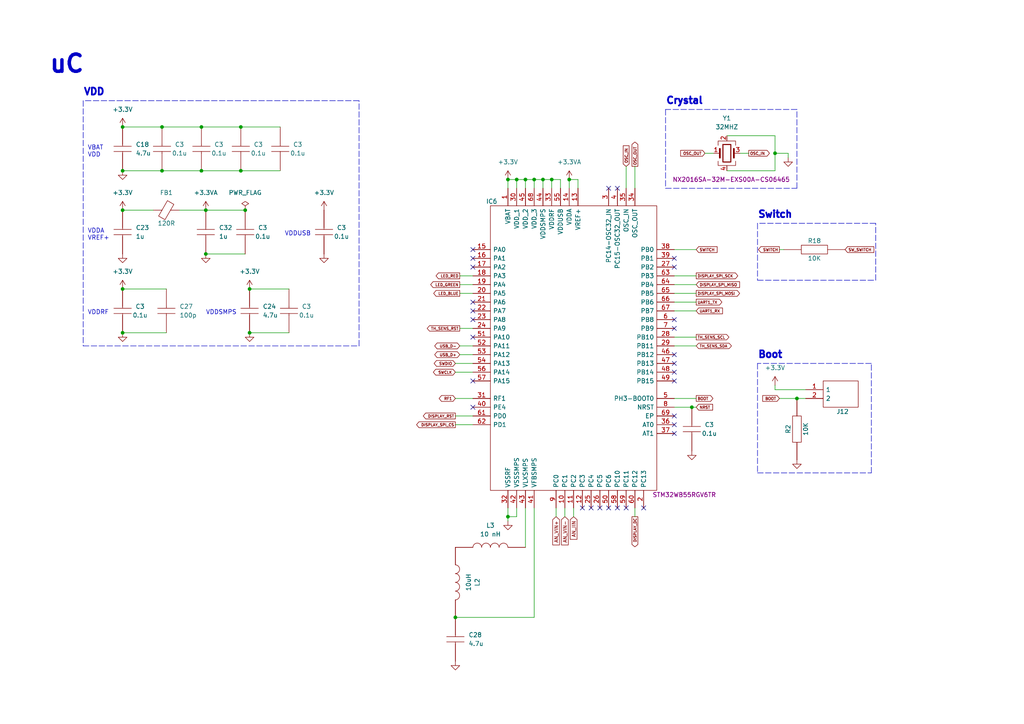
<source format=kicad_sch>
(kicad_sch (version 20230121) (generator eeschema)
  (paper "A4")
  (title_block (title "uC") (date "2023-07-01") (rev "0") (company "Alessio Cota"))
  (lib_symbols
    (symbol "alecot:BLM18KG121TN1D" (pin_numbers hide) (pin_names (offset 0.762) hide)
      (property "Reference" "FB" (at 16.51 7.62 0))
      (property "Value" "120R" (at 16.51 5.08 0))
      (symbol "BLM18KG121TN1D_0_1"
        (polyline (pts (xy 10.16 -3.81) (xy 10.16 -3.7592)))
        (polyline (pts (xy 10.16 -1.27) (xy 10.16 -1.2446)))
        (polyline (pts (xy 7.3914 -2.1336) (xy 8.4582 -0.2794) (xy 12.9286 -2.8448) (xy 11.8364 -4.699) (xy 7.3914 -2.1336)))
      )
      (symbol "BLM18KG121TN1D_1_1"
        (pin passive line (at 10.16 1.27 270) (length 2.54) (name "~") (number "1"))
        (pin passive line (at 10.16 -6.35 90) (length 2.54) (name "~") (number "2"))
      )
    )
    (symbol "alecot:ERJ-3EKF1002V" (pin_numbers hide) (pin_names (offset 0.762) hide)
      (property "Reference" "R" (at 25.4 6.35 0))
      (property "Value" "10K" (at 25.4 3.81 0))
      (symbol "ERJ-3EKF1002V_0_0"
        (pin passive line (at 0 0 0) (length 5.08) (name "~") (number "1"))
        (pin passive line (at 17.78 0 180) (length 5.08) (name "~") (number "2"))
      )
      (symbol "ERJ-3EKF1002V_0_1"
        (polyline (pts (xy 5.08 1.27) (xy 12.7 1.27) (xy 12.7 -1.27) (xy 5.08 -1.27) (xy 5.08 1.27)) (stroke (width 0.1524)))
      )
    )
    (symbol "alecot:GCM155C71A105KE38D" (pin_numbers hide) (pin_names (offset 0.762) hide)
      (property "Reference" "C" (at 8.89 6.35 0))
      (property "Value" "1u" (at 8.89 3.81 0))
      (symbol "GCM155C71A105KE38D_0_0"
        (pin passive line (at -8.89 0 0) (length 5.08) (name "~") (number "1"))
        (pin passive line (at 3.81 0 180) (length 5.08) (name "~") (number "2"))
      )
      (symbol "GCM155C71A105KE38D_0_1"
        (polyline (pts (xy -3.81 0) (xy -3.302 0)) (stroke (width 0.1524)))
        (polyline (pts (xy -3.302 2.54) (xy -3.302 -2.54)) (stroke (width 0.1524)))
        (polyline (pts (xy -1.778 0) (xy -1.27 0)) (stroke (width 0.1524)))
        (polyline (pts (xy -1.778 2.54) (xy -1.778 -2.54)) (stroke (width 0.1524)))
      )
    )
    (symbol "alecot:GRM1555C1H101JA01D" (pin_numbers hide) (pin_names (offset 0.762) hide)
      (property "Reference" "C" (at 8.89 6.35 0))
      (property "Value" "100p" (at 8.89 3.81 0))
      (symbol "GRM1555C1H101JA01D_0_0"
        (pin passive line (at -12.7 0 0) (length 5.08) (name "~") (number "1"))
        (pin passive line (at 0 0 180) (length 5.08) (name "~") (number "2"))
      )
      (symbol "GRM1555C1H101JA01D_0_1"
        (polyline (pts (xy -7.62 0) (xy -7.112 0)) (stroke (width 0.1524)))
        (polyline (pts (xy -7.112 2.54) (xy -7.112 -2.54)) (stroke (width 0.1524)))
        (polyline (pts (xy -5.588 0) (xy -5.08 0)) (stroke (width 0.1524)))
        (polyline (pts (xy -5.588 2.54) (xy -5.588 -2.54)) (stroke (width 0.1524)))
      )
    )
    (symbol "alecot:GRM155R61H104KE19D" (pin_numbers hide) (pin_names (offset 0.762) hide)
      (property "Reference" "C" (at 8.89 6.35 0))
      (property "Value" "0.1u" (at 8.89 3.81 0))
      (symbol "GRM155R61H104KE19D_0_0"
        (pin passive line (at -12.7 0 0) (length 5.08) (name "~") (number "1"))
        (pin passive line (at 0 0 180) (length 5.08) (name "~") (number "2"))
      )
      (symbol "GRM155R61H104KE19D_0_1"
        (polyline (pts (xy -7.62 0) (xy -7.112 0)) (stroke (width 0.1524)))
        (polyline (pts (xy -7.112 2.54) (xy -7.112 -2.54)) (stroke (width 0.1524)))
        (polyline (pts (xy -5.588 0) (xy -5.08 0)) (stroke (width 0.1524)))
        (polyline (pts (xy -5.588 2.54) (xy -5.588 -2.54)) (stroke (width 0.1524)))
      )
    )
    (symbol "alecot:GRT188R61C475KE13D" (pin_numbers hide) (pin_names (offset 0.762) hide)
      (property "Reference" "C" (at 20.32 6.35 0))
      (property "Value" "4.7u" (at 20.32 3.81 0))
      (symbol "GRT188R61C475KE13D_0_0"
        (pin passive line (at 0 0 0) (length 5.08) (name "~") (number "1"))
        (pin passive line (at 12.7 0 180) (length 5.08) (name "~") (number "2"))
      )
      (symbol "GRT188R61C475KE13D_0_1"
        (polyline (pts (xy 5.08 0) (xy 5.588 0)) (stroke (width 0.1524)))
        (polyline (pts (xy 5.588 2.54) (xy 5.588 -2.54)) (stroke (width 0.1524)))
        (polyline (pts (xy 7.112 0) (xy 7.62 0)) (stroke (width 0.1524)))
        (polyline (pts (xy 7.112 2.54) (xy 7.112 -2.54)) (stroke (width 0.1524)))
      )
    )
    (symbol "alecot:LQM18DN100M70L" (pin_numbers hide) (pin_names (offset 0.762) hide)
      (property "Reference" "L" (at 16.51 6.35 0))
      (property "Value" "10uH" (at 16.51 3.81 0))
      (symbol "LQM18DN100M70L_0_0"
        (pin passive line (at 0 0 0) (length 5.08) (name "~") (number "1"))
        (pin passive line (at 20.32 0 180) (length 5.08) (name "~") (number "2"))
      )
      (symbol "LQM18DN100M70L_0_1"
        (arc (start 7.62 0) (mid 6.35 1.2202) (end 5.08 0) (stroke (width 0.1524)))
        (arc (start 10.16 0) (mid 8.89 1.2202) (end 7.62 0) (stroke (width 0.1524)))
        (arc (start 12.7 0) (mid 11.43 1.2202) (end 10.16 0) (stroke (width 0.1524)))
        (arc (start 15.24 0) (mid 13.97 1.2202) (end 12.7 0) (stroke (width 0.1524)))
      )
    )
    (symbol "alecot:LQW18AN10NJ00D" (pin_numbers hide) (pin_names (offset 0.762) hide)
      (property "Reference" "L" (at 16.51 6.35 0))
      (property "Value" "10 nH" (at 16.51 3.81 0))
      (symbol "LQW18AN10NJ00D_0_0"
        (pin passive line (at 0 0 0) (length 5.08) (name "~") (number "1"))
        (pin passive line (at 20.32 0 180) (length 5.08) (name "~") (number "2"))
      )
      (symbol "LQW18AN10NJ00D_0_1"
        (arc (start 7.62 0) (mid 6.35 1.2202) (end 5.08 0) (stroke (width 0.1524)))
        (arc (start 10.16 0) (mid 8.89 1.2202) (end 7.62 0) (stroke (width 0.1524)))
        (arc (start 12.7 0) (mid 11.43 1.2202) (end 10.16 0) (stroke (width 0.1524)))
        (arc (start 15.24 0) (mid 13.97 1.2202) (end 12.7 0) (stroke (width 0.1524)))
      )
    )
    (symbol "alecot:M50-3530242" (pin_names (offset 0.762))
      (property "Reference" "J" (at 16.51 7.62 0))
      (symbol "M50-3530242_0_0"
        (pin passive line (at -7.62 0 0) (length 5.08) (name "1") (number "1"))
        (pin passive line (at -7.62 -2.54 0) (length 5.08) (name "2") (number "2"))
      )
      (symbol "M50-3530242_0_1"
        (polyline (pts (xy -2.54 2.54) (xy 7.62 2.54) (xy 7.62 -5.08) (xy -2.54 -5.08) (xy -2.54 2.54)) (stroke (width 0.1524)))
      )
    )
    (symbol "alecot:NX2016SA-32M-EXS00A-CS06465" (pin_names (offset 0.762) hide)
      (property "Reference" "Y" (at 27.94 10.16 0))
      (property "Value" "32MHZ" (at 27.94 7.62 0))
      (property "Manufacturer_Part_Number" "NX2016SA-32M-EXS00A-CS06465" (at 27.94 -12.7 0))
      (symbol "NX2016SA-32M-EXS00A-CS06465_0_1"
        (rectangle (start -1.143 2.54) (end 1.143 -2.54) (stroke (width 0.3048)))
        (polyline (pts (xy -2.54 0) (xy -2.032 0)))
        (polyline (pts (xy -2.032 -1.27) (xy -2.032 1.27)) (stroke (width 0.508)))
        (polyline (pts (xy 0 -3.81) (xy 0 -3.556)))
        (polyline (pts (xy 0 3.556) (xy 0 3.81)))
        (polyline (pts (xy 2.032 -1.27) (xy 2.032 1.27)) (stroke (width 0.508)))
        (polyline (pts (xy 2.032 0) (xy 2.54 0)))
        (polyline (pts (xy -2.54 -2.286) (xy -2.54 -3.556) (xy 2.54 -3.556) (xy 2.54 -2.286)))
        (polyline (pts (xy -2.54 2.286) (xy -2.54 3.556) (xy 2.54 3.556) (xy 2.54 2.286)))
      )
      (symbol "NX2016SA-32M-EXS00A-CS06465_1_1"
        (pin passive line (at -3.81 0 0) (length 1.27) (name "CRY_1") (number "1"))
        (pin passive line (at 0 5.08 270) (length 1.27) (name "GND_1") (number "2"))
        (pin passive line (at 3.81 0 180) (length 1.27) (name "CRY_2") (number "3"))
        (pin passive line (at 0 -5.08 90) (length 1.27) (name "GND_2") (number "4"))
      )
    )
    (symbol "alecot:STM32WB55RGV6TR" (pin_names (offset 0.762))
      (property "Reference" "IC" (at 39.37 40.64 0))
      (property "Manufacturer_Part_Number" "STM32WB55RGV6TR" (at 39.37 17.78 0))
      (symbol "STM32WB55RGV6TR_0_0"
        (pin passive line (at -19.05 40.64 270) (length 5.08) (name "VBAT") (number "1"))
        (pin passive line (at -2.54 -52.07 90) (length 5.08) (name "PC1") (number "10"))
        (pin passive line (at 0 -52.07 90) (length 5.08) (name "PC2") (number "11"))
        (pin passive line (at 2.54 -52.07 90) (length 5.08) (name "PC3") (number "12"))
        (pin passive line (at 1.27 40.64 270) (length 5.08) (name "VREF+") (number "13"))
        (pin passive line (at -1.27 40.64 270) (length 5.08) (name "VDDA") (number "14"))
        (pin passive line (at -29.21 22.86 0) (length 5.08) (name "PA0") (number "15"))
        (pin passive line (at -29.21 20.32 0) (length 5.08) (name "PA1") (number "16"))
        (pin passive line (at -29.21 17.78 0) (length 5.08) (name "PA2") (number "17"))
        (pin passive line (at -29.21 15.24 0) (length 5.08) (name "PA3") (number "18"))
        (pin passive line (at -29.21 12.7 0) (length 5.08) (name "PA4") (number "19"))
        (pin passive line (at 20.32 -52.07 90) (length 5.08) (name "PC13") (number "2"))
        (pin passive line (at -29.21 10.16 0) (length 5.08) (name "PA5") (number "20"))
        (pin passive line (at -29.21 7.62 0) (length 5.08) (name "PA6") (number "21"))
        (pin passive line (at -29.21 5.08 0) (length 5.08) (name "PA7") (number "22"))
        (pin passive line (at -29.21 2.54 0) (length 5.08) (name "PA8") (number "23"))
        (pin passive line (at -29.21 0 0) (length 5.08) (name "PA9") (number "24"))
        (pin passive line (at 5.08 -52.07 90) (length 5.08) (name "PC4") (number "25"))
        (pin passive line (at 7.62 -52.07 90) (length 5.08) (name "PC5") (number "26"))
        (pin passive line (at 29.21 17.78 180) (length 5.08) (name "PB2") (number "27"))
        (pin passive line (at 29.21 -2.54 180) (length 5.08) (name "PB10") (number "28"))
        (pin passive line (at 29.21 -5.08 180) (length 5.08) (name "PB11") (number "29"))
        (pin passive line (at 10.16 40.64 270) (length 5.08) (name "PC14-OSC32_IN") (number "3"))
        (pin passive line (at -16.51 40.64 270) (length 5.08) (name "VDD_1") (number "30"))
        (pin passive line (at -29.21 -20.32 0) (length 5.08) (name "RF1") (number "31"))
        (pin passive line (at -19.05 -52.07 90) (length 5.08) (name "VSSRF") (number "32"))
        (pin passive line (at -6.35 40.64 270) (length 5.08) (name "VDDRF") (number "33"))
        (pin passive line (at 17.78 40.64 270) (length 5.08) (name "OSC_OUT") (number "34"))
        (pin passive line (at 15.24 40.64 270) (length 5.08) (name "OSC_IN") (number "35"))
        (pin passive line (at 29.21 -27.94 180) (length 5.08) (name "AT0") (number "36"))
        (pin passive line (at 29.21 -30.48 180) (length 5.08) (name "AT1") (number "37"))
        (pin passive line (at 29.21 22.86 180) (length 5.08) (name "PB0") (number "38"))
        (pin passive line (at 29.21 20.32 180) (length 5.08) (name "PB1") (number "39"))
        (pin passive line (at 12.7 40.64 270) (length 5.08) (name "PC15-OSC32_OUT") (number "4"))
        (pin passive line (at -29.21 -22.86 0) (length 5.08) (name "PE4") (number "40"))
        (pin passive line (at -11.43 -52.07 90) (length 5.08) (name "VFBSMPS") (number "41"))
        (pin passive line (at -16.51 -52.07 90) (length 5.08) (name "VSSSMPS") (number "42"))
        (pin passive line (at -13.97 -52.07 90) (length 5.08) (name "VLXSMPS") (number "43"))
        (pin passive line (at -8.89 40.64 270) (length 5.08) (name "VDDSMPS") (number "44"))
        (pin passive line (at -13.97 40.64 270) (length 5.08) (name "VDD_2") (number "45"))
        (pin passive line (at 29.21 -7.62 180) (length 5.08) (name "PB12") (number "46"))
        (pin passive line (at 29.21 -10.16 180) (length 5.08) (name "PB13") (number "47"))
        (pin passive line (at 29.21 -12.7 180) (length 5.08) (name "PB14") (number "48"))
        (pin passive line (at 29.21 -15.24 180) (length 5.08) (name "PB15") (number "49"))
        (pin passive line (at 29.21 -20.32 180) (length 5.08) (name "PH3-BOOT0") (number "5"))
        (pin passive line (at 10.16 -52.07 90) (length 5.08) (name "PC6") (number "50"))
        (pin passive line (at -29.21 -2.54 0) (length 5.08) (name "PA10") (number "51"))
        (pin passive line (at -29.21 -5.08 0) (length 5.08) (name "PA11") (number "52"))
        (pin passive line (at -29.21 -7.62 0) (length 5.08) (name "PA12") (number "53"))
        (pin passive line (at -29.21 -10.16 0) (length 5.08) (name "PA13") (number "54"))
        (pin passive line (at -3.81 40.64 270) (length 5.08) (name "VDDUSB") (number "55"))
        (pin passive line (at -29.21 -12.7 0) (length 5.08) (name "PA14") (number "56"))
        (pin passive line (at -29.21 -15.24 0) (length 5.08) (name "PA15") (number "57"))
        (pin passive line (at 12.7 -52.07 90) (length 5.08) (name "PC10") (number "58"))
        (pin passive line (at 15.24 -52.07 90) (length 5.08) (name "PC11") (number "59"))
        (pin passive line (at 29.21 2.54 180) (length 5.08) (name "PB8") (number "6"))
        (pin passive line (at 17.78 -52.07 90) (length 5.08) (name "PC12") (number "60"))
        (pin passive line (at -29.21 -25.4 0) (length 5.08) (name "PD0") (number "61"))
        (pin passive line (at -29.21 -27.94 0) (length 5.08) (name "PD1") (number "62"))
        (pin passive line (at 29.21 15.24 180) (length 5.08) (name "PB3") (number "63"))
        (pin passive line (at 29.21 12.7 180) (length 5.08) (name "PB4") (number "64"))
        (pin passive line (at 29.21 10.16 180) (length 5.08) (name "PB5") (number "65"))
        (pin passive line (at 29.21 7.62 180) (length 5.08) (name "PB6") (number "66"))
        (pin passive line (at 29.21 5.08 180) (length 5.08) (name "PB7") (number "67"))
        (pin passive line (at -11.43 40.64 270) (length 5.08) (name "VDD_3") (number "68"))
        (pin passive line (at 29.21 -25.4 180) (length 5.08) (name "EP") (number "69"))
        (pin passive line (at 29.21 0 180) (length 5.08) (name "PB9") (number "7"))
        (pin passive line (at 29.21 -22.86 180) (length 5.08) (name "NRST") (number "8"))
        (pin passive line (at -5.08 -52.07 90) (length 5.08) (name "PC0") (number "9"))
      )
      (symbol "STM32WB55RGV6TR_0_1"
        (polyline (pts (xy -24.13 35.56) (xy 24.13 35.56) (xy 24.13 -46.99) (xy -24.13 -46.99) (xy -24.13 35.56)) (stroke (width 0.1524)))
      )
    )
    (symbol "power:+3.3V" (power) (pin_names (offset 0))
      (property "Value" "+3.3V" (at 0 3.556 0))
      (symbol "+3.3V_0_1"
        (polyline (pts (xy -0.762 1.27) (xy 0 2.54)))
        (polyline (pts (xy 0 0) (xy 0 2.54)))
        (polyline (pts (xy 0 2.54) (xy 0.762 1.27)))
      )
      (symbol "+3.3V_1_1"
        (pin power_in line (at 0 0 90) (length 0) hide (name "+3.3V") (number "1"))
      )
    )
    (symbol "power:+3.3VA" (power) (pin_names (offset 0))
      (property "Value" "+3.3VA" (at 0 3.556 0))
      (symbol "+3.3VA_0_1"
        (polyline (pts (xy -0.762 1.27) (xy 0 2.54)))
        (polyline (pts (xy 0 0) (xy 0 2.54)))
        (polyline (pts (xy 0 2.54) (xy 0.762 1.27)))
      )
      (symbol "+3.3VA_1_1"
        (pin power_in line (at 0 0 90) (length 0) hide (name "+3.3VA") (number "1"))
      )
    )
    (symbol "power:GND" (power) (pin_names (offset 0))
      (property "Value" "GND" (at 0 -3.81 0))
      (symbol "GND_0_1"
        (polyline (pts (xy 0 0) (xy 0 -1.27) (xy 1.27 -1.27) (xy 0 -2.54) (xy -1.27 -1.27) (xy 0 -1.27)))
      )
      (symbol "GND_1_1"
        (pin power_in line (at 0 0 270) (length 0) hide (name "GND") (number "1"))
      )
    )
    (symbol "power:PWR_FLAG" (power) (pin_numbers hide) (pin_names (offset 0) hide)
      (property "Value" "PWR_FLAG" (at 0 3.81 0))
      (symbol "PWR_FLAG_0_0"
        (pin power_out line (at 0 0 90) (length 0) (name "pwr") (number "1"))
      )
      (symbol "PWR_FLAG_0_1"
        (polyline (pts (xy 0 0) (xy 0 1.27) (xy -1.016 1.905) (xy 0 2.54) (xy 1.016 1.905) (xy 0 1.27)))
      )
    )
  )
  (junction (at 231.14 115.57))
  (junction (at 35.56 96.52))
  (junction (at 160.02 52.07))
  (junction (at 149.86 52.07))
  (junction (at 35.56 36.83))
  (junction (at 224.79 44.45))
  (junction (at 35.56 83.82))
  (junction (at 59.69 73.66))
  (junction (at 200.66 118.11))
  (junction (at 147.32 149.86))
  (junction (at 58.42 49.53))
  (junction (at 71.12 60.96))
  (junction (at 35.56 49.53))
  (junction (at 165.1 52.07))
  (junction (at 46.99 36.83))
  (junction (at 35.56 60.96))
  (junction (at 58.42 36.83))
  (junction (at 59.69 60.96))
  (junction (at 154.94 52.07))
  (junction (at 46.99 49.53))
  (junction (at 72.39 96.52))
  (junction (at 69.85 49.53))
  (junction (at 157.48 52.07))
  (junction (at 152.4 52.07))
  (junction (at 147.32 52.07))
  (junction (at 72.39 83.82))
  (junction (at 69.85 36.83))
  (junction (at 132.08 179.07))
  (no_connect (at 137.16 77.47))
  (no_connect (at 171.45 147.32))
  (no_connect (at 195.58 102.87))
  (no_connect (at 137.16 87.63))
  (no_connect (at 137.16 110.49))
  (no_connect (at 195.58 74.93))
  (no_connect (at 137.16 97.79))
  (no_connect (at 173.99 147.32))
  (no_connect (at 195.58 110.49))
  (no_connect (at 195.58 120.65))
  (no_connect (at 168.91 147.32))
  (no_connect (at 195.58 125.73))
  (no_connect (at 137.16 72.39))
  (no_connect (at 137.16 118.11))
  (no_connect (at 179.07 54.61))
  (no_connect (at 195.58 105.41))
  (no_connect (at 176.53 147.32))
  (no_connect (at 137.16 92.71))
  (no_connect (at 195.58 107.95))
  (no_connect (at 195.58 123.19))
  (no_connect (at 195.58 92.71))
  (no_connect (at 176.53 54.61))
  (no_connect (at 195.58 77.47))
  (no_connect (at 137.16 90.17))
  (no_connect (at 179.07 147.32))
  (no_connect (at 137.16 74.93))
  (no_connect (at 186.69 147.32))
  (no_connect (at 195.58 95.25))
  (no_connect (at 181.61 147.32))
  (wire (pts (xy 195.58 80.01) (xy 201.93 80.01)))
  (wire (pts (xy 195.58 115.57) (xy 201.93 115.57)))
  (polyline (pts (xy 219.71 81.28) (xy 254 81.28)) (stroke (width 0) (type dash)))
  (wire (pts (xy 59.69 73.66) (xy 71.12 73.66)))
  (polyline (pts (xy 193.04 54.61) (xy 231.14 54.61)) (stroke (width 0) (type dash)))
  (wire (pts (xy 133.35 82.55) (xy 137.16 82.55)))
  (wire (pts (xy 195.58 90.17) (xy 201.93 90.17)))
  (polyline (pts (xy 219.71 137.16) (xy 252.73 137.16)) (stroke (width 0) (type dash)))
  (wire (pts (xy 133.35 102.87) (xy 137.16 102.87)))
  (wire (pts (xy 167.64 52.07) (xy 165.1 52.07)))
  (polyline (pts (xy 24.13 29.21) (xy 24.13 100.33)) (stroke (width 0) (type dash)))
  (polyline (pts (xy 252.73 137.16) (xy 252.73 105.41)) (stroke (width 0) (type dash)))
  (wire (pts (xy 224.79 39.37) (xy 210.82 39.37)))
  (wire (pts (xy 210.82 49.53) (xy 224.79 49.53)))
  (wire (pts (xy 224.79 44.45) (xy 224.79 39.37)))
  (wire (pts (xy 184.15 147.32) (xy 184.15 149.86)))
  (wire (pts (xy 166.37 147.32) (xy 166.37 149.86)))
  (wire (pts (xy 233.68 113.03) (xy 224.79 113.03)))
  (wire (pts (xy 132.08 105.41) (xy 137.16 105.41)))
  (wire (pts (xy 224.79 113.03) (xy 224.79 111.76)))
  (wire (pts (xy 207.01 44.45) (xy 204.47 44.45)))
  (wire (pts (xy 160.02 52.07) (xy 157.48 52.07)))
  (polyline (pts (xy 254 81.28) (xy 254 64.77)) (stroke (width 0) (type dash)))
  (wire (pts (xy 214.63 44.45) (xy 217.17 44.45)))
  (wire (pts (xy 226.06 72.39) (xy 227.33 72.39)))
  (wire (pts (xy 149.86 149.86) (xy 147.32 149.86)))
  (wire (pts (xy 160.02 52.07) (xy 160.02 54.61)))
  (wire (pts (xy 181.61 48.26) (xy 181.61 54.61)))
  (wire (pts (xy 133.35 80.01) (xy 137.16 80.01)))
  (polyline (pts (xy 231.14 54.61) (xy 231.14 31.75)) (stroke (width 0) (type dash)))
  (wire (pts (xy 162.56 52.07) (xy 160.02 52.07)))
  (wire (pts (xy 165.1 52.07) (xy 165.1 54.61)))
  (wire (pts (xy 132.08 123.19) (xy 137.16 123.19)))
  (wire (pts (xy 195.58 118.11) (xy 200.66 118.11)))
  (wire (pts (xy 157.48 54.61) (xy 157.48 52.07)))
  (wire (pts (xy 200.66 118.11) (xy 201.93 118.11)))
  (wire (pts (xy 133.35 85.09) (xy 137.16 85.09)))
  (wire (pts (xy 147.32 52.07) (xy 149.86 52.07)))
  (wire (pts (xy 149.86 147.32) (xy 149.86 149.86)))
  (wire (pts (xy 152.4 52.07) (xy 152.4 54.61)))
  (wire (pts (xy 224.79 49.53) (xy 224.79 44.45)))
  (polyline (pts (xy 231.14 31.75) (xy 193.04 31.75)) (stroke (width 0) (type dash)))
  (wire (pts (xy 154.94 147.32) (xy 154.94 179.07)))
  (polyline (pts (xy 254 64.77) (xy 219.71 64.77)) (stroke (width 0) (type dash)))
  (wire (pts (xy 132.08 107.95) (xy 137.16 107.95)))
  (wire (pts (xy 154.94 179.07) (xy 132.08 179.07)))
  (wire (pts (xy 35.56 49.53) (xy 46.99 49.53)))
  (wire (pts (xy 162.56 54.61) (xy 162.56 52.07)))
  (wire (pts (xy 133.35 100.33) (xy 137.16 100.33)))
  (wire (pts (xy 58.42 49.53) (xy 69.85 49.53)))
  (wire (pts (xy 35.56 96.52) (xy 48.26 96.52)))
  (wire (pts (xy 52.07 60.96) (xy 59.69 60.96)))
  (wire (pts (xy 132.08 115.57) (xy 137.16 115.57)))
  (polyline (pts (xy 252.73 105.41) (xy 219.71 105.41)) (stroke (width 0) (type dash)))
  (wire (pts (xy 195.58 87.63) (xy 201.93 87.63)))
  (wire (pts (xy 163.83 149.86) (xy 163.83 147.32)))
  (wire (pts (xy 161.29 149.86) (xy 161.29 147.32)))
  (polyline (pts (xy 24.13 100.33) (xy 104.14 100.33)) (stroke (width 0) (type dash)))
  (wire (pts (xy 184.15 48.26) (xy 184.15 54.61)))
  (wire (pts (xy 72.39 96.52) (xy 83.82 96.52)))
  (wire (pts (xy 195.58 100.33) (xy 201.93 100.33)))
  (wire (pts (xy 59.69 60.96) (xy 71.12 60.96)))
  (wire (pts (xy 195.58 82.55) (xy 201.93 82.55)))
  (wire (pts (xy 58.42 36.83) (xy 69.85 36.83)))
  (wire (pts (xy 147.32 149.86) (xy 147.32 147.32)))
  (wire (pts (xy 195.58 72.39) (xy 201.93 72.39)))
  (wire (pts (xy 133.35 95.25) (xy 137.16 95.25)))
  (wire (pts (xy 35.56 60.96) (xy 44.45 60.96)))
  (wire (pts (xy 69.85 49.53) (xy 81.28 49.53)))
  (wire (pts (xy 195.58 97.79) (xy 201.93 97.79)))
  (wire (pts (xy 226.06 115.57) (xy 231.14 115.57)))
  (polyline (pts (xy 104.14 29.21) (xy 24.13 29.21)) (stroke (width 0) (type dash)))
  (wire (pts (xy 167.64 52.07) (xy 167.64 54.61)))
  (wire (pts (xy 46.99 36.83) (xy 58.42 36.83)))
  (wire (pts (xy 69.85 36.83) (xy 81.28 36.83)))
  (wire (pts (xy 154.94 52.07) (xy 152.4 52.07)))
  (wire (pts (xy 149.86 52.07) (xy 149.86 54.61)))
  (polyline (pts (xy 219.71 105.41) (xy 219.71 137.16)) (stroke (width 0) (type dash)))
  (wire (pts (xy 157.48 52.07) (xy 154.94 52.07)))
  (wire (pts (xy 154.94 54.61) (xy 154.94 52.07)))
  (wire (pts (xy 152.4 147.32) (xy 152.4 158.75)))
  (wire (pts (xy 46.99 49.53) (xy 58.42 49.53)))
  (wire (pts (xy 147.32 54.61) (xy 147.32 52.07)))
  (polyline (pts (xy 219.71 64.77) (xy 219.71 81.28)) (stroke (width 0) (type dash)))
  (wire (pts (xy 132.08 120.65) (xy 137.16 120.65)))
  (wire (pts (xy 228.6 44.45) (xy 228.6 45.72)))
  (wire (pts (xy 224.79 44.45) (xy 228.6 44.45)))
  (polyline (pts (xy 104.14 100.33) (xy 104.14 29.21)) (stroke (width 0) (type dash)))
  (wire (pts (xy 147.32 151.13) (xy 147.32 149.86)))
  (wire (pts (xy 72.39 83.82) (xy 83.82 83.82)))
  (wire (pts (xy 35.56 36.83) (xy 46.99 36.83)))
  (wire (pts (xy 152.4 52.07) (xy 149.86 52.07)))
  (polyline (pts (xy 193.04 31.75) (xy 193.04 54.61)) (stroke (width 0) (type dash)))
  (wire (pts (xy 195.58 85.09) (xy 201.93 85.09)))
  (wire (pts (xy 231.14 115.57) (xy 233.68 115.57)))
  (wire (pts (xy 35.56 83.82) (xy 48.26 83.82)))
  (text "VDDRF" (at 25.4 91.44 0) (effects (font (size 1.27 1.27)) (justify left bottom)))
  (text "Crystal" (at 193.04 30.48 0) (effects (font (size 2 2) (thickness 1) bold) (justify left bottom)))
  (text "VBAT\nVDD" (at 25.4 45.72 0) (effects (font (size 1.27 1.27)) (justify left bottom)))
  (text "Boot" (at 219.71 104.14 0) (effects (font (size 2 2) (thickness 1) bold) (justify left bottom)))
  (text "VDDA\nVREF+" (at 25.4 69.85 0) (effects (font (size 1.27 1.27)) (justify left bottom)))
  (text "Switch" (at 219.71 63.5 0) (effects (font (size 2 2) (thickness 1) bold) (justify left bottom)))
  (text "VDDSMPS" (at 59.69 91.44 0) (effects (font (size 1.27 1.27)) (justify left bottom)))
  (text "uC" (at 13.97 21.59 0) (effects (font (size 5 5) (thickness 1) bold) (justify left bottom)))
  (text "VDDUSB" (at 82.55 68.58 0) (effects (font (size 1.27 1.27)) (justify left bottom)))
  (text "VDD" (at 24.13 27.94 0) (effects (font (size 2 2) (thickness 1) bold) (justify left bottom)))
  (global_label "OSC_OUT" (shape input) (at 204.47 44.45 180) (effects (font (size 0.8 0.8) bold)) (property "Intersheetrefs" "${INTERSHEET_REFS}" (effects hide)))
  (global_label "SWCLK" (shape bidirectional) (at 132.08 107.95 180) (effects (font (size 0.8 0.8) bold)) (property "Intersheetrefs" "${INTERSHEET_REFS}" (effects hide)))
  (global_label "SWITCH" (shape input) (at 201.93 72.39 0) (effects (font (size 0.8 0.8) bold)) (property "Intersheetrefs" "${INTERSHEET_REFS}" (effects hide)))
  (global_label "NRST" (shape input) (at 201.93 118.11 0) (effects (font (size 0.8 0.8) bold)) (property "Intersheetrefs" "${INTERSHEET_REFS}" (effects hide)))
  (global_label "TH_SENS_SCL" (shape output) (at 201.93 97.79 0) (effects (font (size 0.8 0.8))) (property "Intersheetrefs" "${INTERSHEET_REFS}" (effects hide)))
  (global_label "DISPLAY_SPI_CS" (shape output) (at 132.08 123.19 180) (effects (font (size 0.8 0.8) bold)) (property "Intersheetrefs" "${INTERSHEET_REFS}" (effects hide)))
  (global_label "LED_GREEN" (shape output) (at 133.35 82.55 180) (effects (font (size 0.8 0.8) bold)) (property "Intersheetrefs" "${INTERSHEET_REFS}" (effects hide)))
  (global_label "DISPLAY_SPI_MISO" (shape input) (at 201.93 82.55 0) (effects (font (size 0.8 0.8) bold)) (property "Intersheetrefs" "${INTERSHEET_REFS}" (effects hide)))
  (global_label "OSC_OUT" (shape output) (at 184.15 48.26 90) (effects (font (size 0.8 0.8) bold)) (property "Intersheetrefs" "${INTERSHEET_REFS}" (effects hide)))
  (global_label "DISPLAY_SPI_SCK" (shape output) (at 201.93 80.01 0) (effects (font (size 0.8 0.8) bold)) (property "Intersheetrefs" "${INTERSHEET_REFS}" (effects hide)))
  (global_label "USB_D-" (shape bidirectional) (at 133.35 100.33 180) (effects (font (size 0.8 0.8) bold)) (property "Intersheetrefs" "${INTERSHEET_REFS}" (effects hide)))
  (global_label "DISPLAY_RST" (shape output) (at 132.08 120.65 180) (effects (font (size 0.8 0.8) bold)) (property "Intersheetrefs" "${INTERSHEET_REFS}" (effects hide)))
  (global_label "UART1_RX" (shape input) (at 201.93 90.17 0) (effects (font (size 0.8 0.8) bold)) (property "Intersheetrefs" "${INTERSHEET_REFS}" (effects hide)))
  (global_label "AN_VIN-" (shape input) (at 163.83 149.86 270) (effects (font (size 1 1))) (property "Intersheetrefs" "${INTERSHEET_REFS}" (effects hide)))
  (global_label "TH_SENS_SDA" (shape bidirectional) (at 201.93 100.33 0) (effects (font (size 0.8 0.8))) (property "Intersheetrefs" "${INTERSHEET_REFS}" (effects hide)))
  (global_label "AN_VIN+" (shape input) (at 161.29 149.86 270) (effects (font (size 1 1))) (property "Intersheetrefs" "${INTERSHEET_REFS}" (effects hide)))
  (global_label "LED_RED" (shape output) (at 133.35 80.01 180) (effects (font (size 0.8 0.8) bold)) (property "Intersheetrefs" "${INTERSHEET_REFS}" (effects hide)))
  (global_label "DISPLAY_SPI_MOSI" (shape output) (at 201.93 85.09 0) (effects (font (size 0.8 0.8) bold)) (property "Intersheetrefs" "${INTERSHEET_REFS}" (effects hide)))
  (global_label "UART1_TX" (shape output) (at 201.93 87.63 0) (effects (font (size 0.8 0.8) bold)) (property "Intersheetrefs" "${INTERSHEET_REFS}" (effects hide)))
  (global_label "SWITCH" (shape output) (at 226.06 72.39 180) (effects (font (size 0.8 0.8) bold)) (property "Intersheetrefs" "${INTERSHEET_REFS}" (effects hide)))
  (global_label "RF1" (shape bidirectional) (at 132.08 115.57 180) (effects (font (size 0.8 0.8) bold)) (property "Intersheetrefs" "${INTERSHEET_REFS}" (effects hide)))
  (global_label "BOOT" (shape input) (at 226.06 115.57 180) (effects (font (size 0.8 0.8) bold)) (property "Intersheetrefs" "${INTERSHEET_REFS}" (effects hide)))
  (global_label "AN_IIN" (shape input) (at 166.37 149.86 270) (effects (font (size 1 1))) (property "Intersheetrefs" "${INTERSHEET_REFS}" (effects hide)))
  (global_label "OSC_IN" (shape output) (at 217.17 44.45 0) (effects (font (size 0.8 0.8) bold)) (property "Intersheetrefs" "${INTERSHEET_REFS}" (effects hide)))
  (global_label "BOOT" (shape output) (at 201.93 115.57 0) (effects (font (size 0.8 0.8) bold)) (property "Intersheetrefs" "${INTERSHEET_REFS}" (effects hide)))
  (global_label "TH_SENS_RST" (shape output) (at 133.35 95.25 180) (effects (font (size 0.8 0.8))) (property "Intersheetrefs" "${INTERSHEET_REFS}" (effects hide)))
  (global_label "LED_BLUE" (shape output) (at 133.35 85.09 180) (effects (font (size 0.8 0.8) bold)) (property "Intersheetrefs" "${INTERSHEET_REFS}" (effects hide)))
  (global_label "SW_SWITCH" (shape input) (at 245.11 72.39 0) (effects (font (size 0.8 0.8) bold)) (property "Intersheetrefs" "${INTERSHEET_REFS}" (effects hide)))
  (global_label "OSC_IN" (shape input) (at 181.61 48.26 90) (effects (font (size 0.8 0.8) bold)) (property "Intersheetrefs" "${INTERSHEET_REFS}" (effects hide)))
  (global_label "DISPLAY_DC" (shape output) (at 184.15 149.86 270) (effects (font (size 0.8 0.8) bold)) (property "Intersheetrefs" "${INTERSHEET_REFS}" (effects hide)))
  (global_label "USB_D+" (shape bidirectional) (at 133.35 102.87 180) (effects (font (size 0.8 0.8) bold)) (property "Intersheetrefs" "${INTERSHEET_REFS}" (effects hide)))
  (global_label "SWDIO" (shape bidirectional) (at 132.08 105.41 180) (effects (font (size 0.8 0.8) bold)) (property "Intersheetrefs" "${INTERSHEET_REFS}" (effects hide)))
  (symbol (lib_id "power:GND") (at 35.56 49.53 0) (unit 1)
    (property "Reference" "#PWR02" (effects hide))
    (property "Value" "GND" (effects hide))
    (instances (project "smartplug" (path "" (reference "#PWR02") (unit 1)) (path "" (reference "#PWR04") (unit 1)) (path "" (reference "#PWR06") (unit 1))))
  )
  (symbol (lib_id "alecot:GRM1555C1H101JA01D") (at 48.26 83.82 90) (unit 1)
    (property "Reference" "C27" (at 52.07 88.9 90) (effects (justify right)))
    (property "Value" "100p" (at 52.07 91.44 90) (effects (justify right)))
    (property "Footprint" "alecot:CAPC1005X55N" (effects hide))
    (property "Datasheet" "http://www.murata.com/~/media/webrenewal/support/library/catalog/products/capacitor/mlcc/c02e.pdf" (effects hide))
    (property "Description" "Ceramic  SMT capacitor 100pF 50Vdc Murata 0402 GRM 100pF Ceramic Multilayer Capacitor, 50 V dc, +125C, C0G Dielectric, +/-5%" (effects hide))
    (property "Height" "0.55" (effects hide))
    (property "Mouser Part Number" "81-GRM1555C1H101JA1D" (effects hide))
    (property "Mouser Price/Stock" "https://www.mouser.co.uk/ProductDetail/Murata-Electronics/GRM1555C1H101JA01D?qs=to8XolpOzrOREPd%2Fx%2FLxrw%3D%3D" (effects hide))
    (property "Manufacturer_Name" "Murata Electronics" (effects hide))
    (property "Manufacturer_Part_Number" "GRM1555C1H101JA01D" (effects hide))
  )
  (symbol (lib_id "power:GND") (at 147.32 151.13 0) (unit 1)
    (property "Reference" "#PWR02" (effects hide))
    (property "Value" "GND" (effects hide))
    (instances (project "smartplug" (path "" (reference "#PWR02") (unit 1)) (path "" (reference "#PWR04") (unit 1)) (path "" (reference "#PWR022") (unit 1))))
  )
  (symbol (lib_id "power:+3.3V") (at 35.56 60.96 0) (unit 1)
    (property "Reference" "#PWR017" (effects hide))
    (property "Value" "+3.3V" (at 35.56 55.88 0))
  )
  (symbol (lib_id "alecot:M50-3530242") (at 241.3 113.03 0) (unit 1)
    (property "Reference" "J12" (at 242.57 119.38 0) (effects (justify left)))
    (property "Value" "M50-3530242" (effects hide))
    (property "Footprint" "alecot:HDRV2W40P0X127_1X2_254X210X420P" (effects hide))
    (property "Datasheet" "https://cdn.harwin.com/pdfs/M50-353.pdf" (effects hide))
    (property "Description" "1.27mm (0.05\") Pitch SIL Vertical Throughboard Pin Header, selective gold + tin, 2 contacts" (effects hide))
    (property "Height" "4.2" (effects hide))
    (property "Mouser Part Number" "855-M50-3530242" (effects hide))
    (property "Mouser Price/Stock" "https://www.mouser.co.uk/ProductDetail/Harwin/M50-3530242?qs=%252BdQmOuGyFcFfqfwYQe%2FxZw%3D%3D" (effects hide))
    (property "Manufacturer_Name" "Harwin" (effects hide))
    (property "Manufacturer_Part_Number" "M50-3530242" (effects hide))
  )
  (symbol (lib_id "power:GND") (at 35.56 96.52 0) (unit 1)
    (property "Reference" "#PWR02" (effects hide))
    (property "Value" "GND" (effects hide))
    (instances (project "smartplug" (path "" (reference "#PWR02") (unit 1)) (path "" (reference "#PWR04") (unit 1)) (path "" (reference "#PWR020") (unit 1))))
  )
  (symbol (lib_id "alecot:NX2016SA-32M-EXS00A-CS06465") (at 210.82 44.45 0) (unit 1)
    (property "Reference" "Y1" (at 210.82 34.29 0))
    (property "Value" "32MHZ" (at 210.82 36.83 0))
    (property "Footprint" "alecot:NX2016SA32MEXS00ACS06465" (effects hide))
    (property "Datasheet" "http://www.ndk.com/images/products/catalog/c_NX2016SA_e.pdf" (effects hide))
    (property "Description" "CRYSTAL 32MHZ 10PF SMD" (effects hide))
    (property "Height" "0.5" (effects hide))
    (property "Mouser Part Number" "344-NX2016SA32S06465" (effects hide))
    (property "Mouser Price/Stock" "https://www.mouser.co.uk/ProductDetail/NDK/NX2016SA-32M-EXS00A-CS06465?qs=w%2Fv1CP2dgqr82b0JjRnv4A%3D%3D" (effects hide))
    (property "Manufacturer_Name" "NDK" (effects hide))
    (property "Manufacturer_Part_Number" "NX2016SA-32M-EXS00A-CS06465" (at 212.09 52.07 0))
  )
  (symbol (lib_id "power:GND") (at 93.98 73.66 0) (unit 1)
    (property "Reference" "#PWR02" (effects hide))
    (property "Value" "GND" (effects hide))
    (instances (project "smartplug" (path "" (reference "#PWR02") (unit 1)) (path "" (reference "#PWR04") (unit 1)) (path "" (reference "#PWR048") (unit 1))))
  )
  (symbol (lib_id "power:PWR_FLAG") (at 71.12 60.96 0) (unit 1)
    (property "Reference" "#FLG02" (effects hide))
    (property "Value" "PWR_FLAG" (at 71.12 55.88 0))
  )
  (symbol (lib_id "alecot:GRT188R61C475KE13D") (at 132.08 191.77 90) (unit 1)
    (property "Reference" "C28" (at 135.89 184.15 90) (effects (justify right)))
    (property "Value" "4.7u" (at 135.89 186.69 90) (effects (justify right)))
    (property "Footprint" "alecot:CAPC1608X95N" (effects hide))
    (property "Datasheet" "https://psearch.en.murata.com/capacitor/product/GRT188R61C475KE13%23.html" (effects hide))
    (property "Description" "Cap Ceramic 4.7uF 16V X5R 10% Pad SMD 0603 85C Automotive T/R" (effects hide))
    (property "Height" "0.95" (effects hide))
    (property "Mouser Part Number" "81-GRT188R61C475KE3D" (effects hide))
    (property "Mouser Price/Stock" "https://www.mouser.co.uk/ProductDetail/Murata-Electronics/GRT188R61C475KE13D?qs=drgMNd%252BkGPNMn4sNn1U6ew%3D%3D" (effects hide))
    (property "Manufacturer_Name" "Murata Electronics" (effects hide))
    (property "Manufacturer_Part_Number" "GRT188R61C475KE13D" (effects hide))
  )
  (symbol (lib_id "alecot:GRM155R61H104KE19D") (at 71.12 73.66 270) (unit 1)
    (property "Reference" "C3" (at 76.2 66.04 90))
    (property "Value" "0.1u" (at 76.2 68.58 90))
    (property "Footprint" "alecot:CAPC1005X55N" (effects hide))
    (property "Datasheet" "http://www.murata.com/~/media/webrenewal/support/library/catalog/products/capacitor/mlcc/c02e.pdf" (effects hide))
    (property "Description" "MURATA - GRM155R61H104KE19D - CAP, MLCC, X5R, 100NF, 50V, 0402" (effects hide))
    (property "Height" "0.55" (effects hide))
    (property "Mouser Part Number" "81-GRM155R61H104KE9D" (effects hide))
    (property "Mouser Price/Stock" "https://www.mouser.co.uk/ProductDetail/Murata-Electronics/GRM155R61H104KE19D?qs=IPQhFcwEUOgxc5G2vSckRg%3D%3D" (effects hide))
    (property "Manufacturer_Name" "Murata Electronics" (effects hide))
    (property "Manufacturer_Part_Number" "GRM155R61H104KE19D" (effects hide))
    (instances (project "smartplug" (path "" (reference "C3") (unit 1)) (path "" (reference "C6") (unit 1)) (path "" (reference "C22") (unit 1))))
  )
  (symbol (lib_id "power:GND") (at 35.56 73.66 0) (unit 1)
    (property "Reference" "#PWR02" (effects hide))
    (property "Value" "GND" (effects hide))
    (instances (project "smartplug" (path "" (reference "#PWR02") (unit 1)) (path "" (reference "#PWR04") (unit 1)) (path "" (reference "#PWR034") (unit 1))))
  )
  (symbol (lib_id "power:+3.3VA") (at 59.69 60.96 0) (unit 1)
    (property "Reference" "#PWR033" (effects hide))
    (property "Value" "+3.3VA" (at 59.69 55.88 0))
  )
  (symbol (lib_id "alecot:BLM18KG121TN1D") (at 45.72 71.12 90) (unit 1)
    (property "Reference" "FB1" (at 48.26 55.88 90))
    (property "Value" "120R" (at 48.26 64.77 90))
    (property "Footprint" "alecot:BLM18EG101TH1D" (effects hide))
    (property "Datasheet" "http://www.murata.com/~/media/webrenewal/support/library/catalog/products/emc/emifil/c31e.ashx?la=en-gb" (effects hide))
    (property "Description" "BLM18_N1D Series EMI Suppression Filter 120+/-25% at 100MHz 3A @85" (effects hide))
    (property "Height" "0.75" (effects hide))
    (property "Mouser Part Number" "81-BLM18KG121TN1D" (effects hide))
    (property "Mouser Price/Stock" "https://www.mouser.co.uk/ProductDetail/Murata-Electronics/BLM18KG121TN1D?qs=rvfpa0%252BU10PYAwVv0fw24Q%3D%3D" (effects hide))
    (property "Manufacturer_Name" "Murata Electronics" (effects hide))
    (property "Manufacturer_Part_Number" "BLM18KG121TN1D" (effects hide))
  )
  (symbol (lib_id "alecot:GCM155C71A105KE38D") (at 59.69 64.77 90) (unit 1)
    (property "Reference" "C32" (at 63.5 66.04 90) (effects (justify right)))
    (property "Value" "1u" (at 63.5 68.58 90) (effects (justify right)))
    (property "Footprint" "alecot:CAPC1005X55N" (effects hide))
    (property "Datasheet" "https://psearch.en.murata.com/capacitor/product/GCM155C71A105KE38%23.html" (effects hide))
    (property "Description" "Multilayer Ceramic Capacitors MLCC - SMD/SMT 0402 1uF 10volts X7S 10%" (effects hide))
    (property "Height" "0.55" (effects hide))
    (property "Mouser Part Number" "81-GCM155C71A105KE8D" (effects hide))
    (property "Mouser Price/Stock" "https://www.mouser.co.uk/ProductDetail/Murata-Electronics/GCM155C71A105KE38D?qs=OJGUyRWaYtN5Lg0weYKHQw%3D%3D" (effects hide))
    (property "Manufacturer_Name" "Murata Electronics" (effects hide))
    (property "Manufacturer_Part_Number" "GCM155C71A105KE38D" (effects hide))
  )
  (symbol (lib_id "alecot:GRM155R61H104KE19D") (at 81.28 49.53 270) (unit 1)
    (property "Reference" "C3" (at 86.36 41.91 90))
    (property "Value" "0.1u" (at 86.36 44.45 90))
    (property "Footprint" "alecot:CAPC1005X55N" (effects hide))
    (property "Datasheet" "http://www.murata.com/~/media/webrenewal/support/library/catalog/products/capacitor/mlcc/c02e.pdf" (effects hide))
    (property "Description" "MURATA - GRM155R61H104KE19D - CAP, MLCC, X5R, 100NF, 50V, 0402" (effects hide))
    (property "Height" "0.55" (effects hide))
    (property "Mouser Part Number" "81-GRM155R61H104KE9D" (effects hide))
    (property "Mouser Price/Stock" "https://www.mouser.co.uk/ProductDetail/Murata-Electronics/GRM155R61H104KE19D?qs=IPQhFcwEUOgxc5G2vSckRg%3D%3D" (effects hide))
    (property "Manufacturer_Name" "Murata Electronics" (effects hide))
    (property "Manufacturer_Part_Number" "GRM155R61H104KE19D" (effects hide))
    (instances (project "smartplug" (path "" (reference "C3") (unit 1)) (path "" (reference "C6") (unit 1)) (path "" (reference "C20") (unit 1))))
  )
  (symbol (lib_id "alecot:GRM155R61H104KE19D") (at 46.99 49.53 270) (unit 1)
    (property "Reference" "C3" (at 52.07 41.91 90))
    (property "Value" "0.1u" (at 52.07 44.45 90))
    (property "Footprint" "alecot:CAPC1005X55N" (effects hide))
    (property "Datasheet" "http://www.murata.com/~/media/webrenewal/support/library/catalog/products/capacitor/mlcc/c02e.pdf" (effects hide))
    (property "Description" "MURATA - GRM155R61H104KE19D - CAP, MLCC, X5R, 100NF, 50V, 0402" (effects hide))
    (property "Height" "0.55" (effects hide))
    (property "Mouser Part Number" "81-GRM155R61H104KE9D" (effects hide))
    (property "Mouser Price/Stock" "https://www.mouser.co.uk/ProductDetail/Murata-Electronics/GRM155R61H104KE19D?qs=IPQhFcwEUOgxc5G2vSckRg%3D%3D" (effects hide))
    (property "Manufacturer_Name" "Murata Electronics" (effects hide))
    (property "Manufacturer_Part_Number" "GRM155R61H104KE19D" (effects hide))
    (instances (project "smartplug" (path "" (reference "C3") (unit 1)) (path "" (reference "C6") (unit 1)) (path "" (reference "C15") (unit 1))))
  )
  (symbol (lib_id "power:+3.3V") (at 224.79 111.76 0) (unit 1)
    (property "Reference" "#PWR056" (effects hide))
    (property "Value" "+3.3V" (at 224.79 106.68 0))
  )
  (symbol (lib_id "alecot:GCM155C71A105KE38D") (at 35.56 64.77 90) (unit 1)
    (property "Reference" "C23" (at 39.37 66.04 90) (effects (justify right)))
    (property "Value" "1u" (at 39.37 68.58 90) (effects (justify right)))
    (property "Footprint" "alecot:CAPC1005X55N" (effects hide))
    (property "Datasheet" "https://psearch.en.murata.com/capacitor/product/GCM155C71A105KE38%23.html" (effects hide))
    (property "Description" "Multilayer Ceramic Capacitors MLCC - SMD/SMT 0402 1uF 10volts X7S 10%" (effects hide))
    (property "Height" "0.55" (effects hide))
    (property "Mouser Part Number" "81-GCM155C71A105KE8D" (effects hide))
    (property "Mouser Price/Stock" "https://www.mouser.co.uk/ProductDetail/Murata-Electronics/GCM155C71A105KE38D?qs=OJGUyRWaYtN5Lg0weYKHQw%3D%3D" (effects hide))
    (property "Manufacturer_Name" "Murata Electronics" (effects hide))
    (property "Manufacturer_Part_Number" "GCM155C71A105KE38D" (effects hide))
  )
  (symbol (lib_id "alecot:GRT188R61C475KE13D") (at 35.56 49.53 90) (unit 1)
    (property "Reference" "C18" (at 39.37 41.91 90) (effects (justify right)))
    (property "Value" "4.7u" (at 39.37 44.45 90) (effects (justify right)))
    (property "Footprint" "alecot:CAPC1608X95N" (effects hide))
    (property "Datasheet" "https://psearch.en.murata.com/capacitor/product/GRT188R61C475KE13%23.html" (effects hide))
    (property "Description" "Cap Ceramic 4.7uF 16V X5R 10% Pad SMD 0603 85C Automotive T/R" (effects hide))
    (property "Height" "0.95" (effects hide))
    (property "Mouser Part Number" "81-GRT188R61C475KE3D" (effects hide))
    (property "Mouser Price/Stock" "https://www.mouser.co.uk/ProductDetail/Murata-Electronics/GRT188R61C475KE13D?qs=drgMNd%252BkGPNMn4sNn1U6ew%3D%3D" (effects hide))
    (property "Manufacturer_Name" "Murata Electronics" (effects hide))
    (property "Manufacturer_Part_Number" "GRT188R61C475KE13D" (effects hide))
  )
  (symbol (lib_id "alecot:GRT188R61C475KE13D") (at 72.39 96.52 90) (unit 1)
    (property "Reference" "C24" (at 76.2 88.9 90) (effects (justify right)))
    (property "Value" "4.7u" (at 76.2 91.44 90) (effects (justify right)))
    (property "Footprint" "alecot:CAPC1608X95N" (effects hide))
    (property "Datasheet" "https://psearch.en.murata.com/capacitor/product/GRT188R61C475KE13%23.html" (effects hide))
    (property "Description" "Cap Ceramic 4.7uF 16V X5R 10% Pad SMD 0603 85C Automotive T/R" (effects hide))
    (property "Height" "0.95" (effects hide))
    (property "Mouser Part Number" "81-GRT188R61C475KE3D" (effects hide))
    (property "Mouser Price/Stock" "https://www.mouser.co.uk/ProductDetail/Murata-Electronics/GRT188R61C475KE13D?qs=drgMNd%252BkGPNMn4sNn1U6ew%3D%3D" (effects hide))
    (property "Manufacturer_Name" "Murata Electronics" (effects hide))
    (property "Manufacturer_Part_Number" "GRT188R61C475KE13D" (effects hide))
  )
  (symbol (lib_id "power:+3.3VA") (at 165.1 52.07 0) (unit 1)
    (property "Reference" "#PWR052" (effects hide))
    (property "Value" "+3.3VA" (at 165.1 46.99 0))
  )
  (symbol (lib_id "alecot:GRM155R61H104KE19D") (at 58.42 49.53 270) (unit 1)
    (property "Reference" "C3" (at 63.5 41.91 90))
    (property "Value" "0.1u" (at 63.5 44.45 90))
    (property "Footprint" "alecot:CAPC1005X55N" (effects hide))
    (property "Datasheet" "http://www.murata.com/~/media/webrenewal/support/library/catalog/products/capacitor/mlcc/c02e.pdf" (effects hide))
    (property "Description" "MURATA - GRM155R61H104KE19D - CAP, MLCC, X5R, 100NF, 50V, 0402" (effects hide))
    (property "Height" "0.55" (effects hide))
    (property "Mouser Part Number" "81-GRM155R61H104KE9D" (effects hide))
    (property "Mouser Price/Stock" "https://www.mouser.co.uk/ProductDetail/Murata-Electronics/GRM155R61H104KE19D?qs=IPQhFcwEUOgxc5G2vSckRg%3D%3D" (effects hide))
    (property "Manufacturer_Name" "Murata Electronics" (effects hide))
    (property "Manufacturer_Part_Number" "GRM155R61H104KE19D" (effects hide))
    (instances (project "smartplug" (path "" (reference "C3") (unit 1)) (path "" (reference "C6") (unit 1)) (path "" (reference "C17") (unit 1))))
  )
  (symbol (lib_id "alecot:GRM155R61H104KE19D") (at 200.66 130.81 270) (unit 1)
    (property "Reference" "C3" (at 205.74 123.19 90))
    (property "Value" "0.1u" (at 205.74 125.73 90))
    (property "Footprint" "alecot:CAPC1005X55N" (effects hide))
    (property "Datasheet" "http://www.murata.com/~/media/webrenewal/support/library/catalog/products/capacitor/mlcc/c02e.pdf" (effects hide))
    (property "Description" "MURATA - GRM155R61H104KE19D - CAP, MLCC, X5R, 100NF, 50V, 0402" (effects hide))
    (property "Height" "0.55" (effects hide))
    (property "Mouser Part Number" "81-GRM155R61H104KE9D" (effects hide))
    (property "Mouser Price/Stock" "https://www.mouser.co.uk/ProductDetail/Murata-Electronics/GRM155R61H104KE19D?qs=IPQhFcwEUOgxc5G2vSckRg%3D%3D" (effects hide))
    (property "Manufacturer_Name" "Murata Electronics" (effects hide))
    (property "Manufacturer_Part_Number" "GRM155R61H104KE19D" (effects hide))
    (instances (project "smartplug" (path "" (reference "C3") (unit 1)) (path "" (reference "C6") (unit 1)) (path "" (reference "C39") (unit 1))))
  )
  (symbol (lib_id "alecot:GRM155R61H104KE19D") (at 83.82 96.52 270) (unit 1)
    (property "Reference" "C3" (at 88.9 88.9 90))
    (property "Value" "0.1u" (at 88.9 91.44 90))
    (property "Footprint" "alecot:CAPC1005X55N" (effects hide))
    (property "Datasheet" "http://www.murata.com/~/media/webrenewal/support/library/catalog/products/capacitor/mlcc/c02e.pdf" (effects hide))
    (property "Description" "MURATA - GRM155R61H104KE19D - CAP, MLCC, X5R, 100NF, 50V, 0402" (effects hide))
    (property "Height" "0.55" (effects hide))
    (property "Mouser Part Number" "81-GRM155R61H104KE9D" (effects hide))
    (property "Mouser Price/Stock" "https://www.mouser.co.uk/ProductDetail/Murata-Electronics/GRM155R61H104KE19D?qs=IPQhFcwEUOgxc5G2vSckRg%3D%3D" (effects hide))
    (property "Manufacturer_Name" "Murata Electronics" (effects hide))
    (property "Manufacturer_Part_Number" "GRM155R61H104KE19D" (effects hide))
    (instances (project "smartplug" (path "" (reference "C3") (unit 1)) (path "" (reference "C6") (unit 1)) (path "" (reference "C21") (unit 1))))
  )
  (symbol (lib_id "alecot:ERJ-3EKF1002V") (at 227.33 72.39 0) (unit 1)
    (property "Reference" "R18" (at 236.22 69.85 0))
    (property "Value" "10K" (at 236.22 74.93 0))
    (property "Footprint" "alecot:RESC1608X55N" (effects hide))
    (property "Datasheet" "http://industrial.panasonic.com/cdbs/www-data/pdf/RDA0000/AOA0000C86.pdf" (effects hide))
    (property "Description" "Thick Film Resistors - SMD 0603 10Kohms 1% AEC-Q200" (effects hide))
    (property "Height" "0.55" (effects hide))
    (property "Mouser Part Number" "667-ERJ-3EKF1002V" (effects hide))
    (property "Mouser Price/Stock" "https://www.mouser.co.uk/ProductDetail/Panasonic/ERJ-3EKF1002V?qs=H7k1u0Mp9JSrGPQ5%2F5COuw%3D%3D" (effects hide))
    (property "Manufacturer_Name" "Panasonic" (effects hide))
    (property "Manufacturer_Part_Number" "ERJ-3EKF1002V" (effects hide))
  )
  (symbol (lib_id "alecot:ERJ-3EKF1002V") (at 231.14 133.35 90) (unit 1)
    (property "Reference" "R2" (at 228.6 124.46 0))
    (property "Value" "10K" (at 233.68 124.46 0))
    (property "Footprint" "alecot:RESC1608X55N" (effects hide))
    (property "Datasheet" "http://industrial.panasonic.com/cdbs/www-data/pdf/RDA0000/AOA0000C86.pdf" (effects hide))
    (property "Description" "Thick Film Resistors - SMD 0603 10Kohms 1% AEC-Q200" (effects hide))
    (property "Height" "0.55" (effects hide))
    (property "Mouser Part Number" "667-ERJ-3EKF1002V" (effects hide))
    (property "Mouser Price/Stock" "https://www.mouser.co.uk/ProductDetail/Panasonic/ERJ-3EKF1002V?qs=H7k1u0Mp9JSrGPQ5%2F5COuw%3D%3D" (effects hide))
    (property "Manufacturer_Name" "Panasonic" (effects hide))
    (property "Manufacturer_Part_Number" "ERJ-3EKF1002V" (effects hide))
  )
  (symbol (lib_id "power:+3.3V") (at 35.56 83.82 0) (unit 1)
    (property "Reference" "#PWR021" (effects hide))
    (property "Value" "+3.3V" (at 35.56 78.74 0))
  )
  (symbol (lib_id "alecot:STM32WB55RGV6TR") (at 166.37 95.25 0) (unit 1)
    (property "Reference" "IC6" (at 140.97 58.42 0) (effects (justify left)))
    (property "Footprint" "alecot:QFN40P800X800X100-69N-D" (effects hide))
    (property "Datasheet" "https://www.st.com/resource/en/datasheet/stm32wb55cc.pdf" (effects hide))
    (property "Description" "Ultra-low-power dual core Arm Cortex-M4 MCU 64 MHz, Cortex-M0+ 32 MHz with 1 Mbyte of Flash memory, Bluetooth LE 5.2, 802.15.4, Zigbee, Thread, USB, LCD, AES-256" (effects hide))
    (property "Height" "1" (effects hide))
    (property "Mouser Part Number" "511-STM32WB55RGV6TR" (effects hide))
    (property "Mouser Price/Stock" "https://www.mouser.co.uk/ProductDetail/STMicroelectronics/STM32WB55RGV6TR?qs=vLWxofP3U2xn6OzpwEu0EA%3D%3D" (effects hide))
    (property "Manufacturer_Name" "STMicroelectronics" (effects hide))
    (property "Manufacturer_Part_Number" "STM32WB55RGV6TR" (at 189.23 143.51 0) (effects (justify left)))
  )
  (symbol (lib_id "power:+3.3V") (at 35.56 36.83 0) (unit 1)
    (property "Reference" "#PWR07" (effects hide))
    (property "Value" "+3.3V" (at 35.56 31.75 0))
  )
  (symbol (lib_id "power:GND") (at 228.6 45.72 0) (unit 1)
    (property "Reference" "#PWR02" (effects hide))
    (property "Value" "GND" (effects hide))
    (instances (project "smartplug" (path "" (reference "#PWR02") (unit 1)) (path "" (reference "#PWR04") (unit 1)) (path "" (reference "#PWR053") (unit 1))))
  )
  (symbol (lib_id "power:GND") (at 59.69 73.66 0) (unit 1)
    (property "Reference" "#PWR02" (effects hide))
    (property "Value" "GND" (effects hide))
    (instances (project "smartplug" (path "" (reference "#PWR02") (unit 1)) (path "" (reference "#PWR04") (unit 1)) (path "" (reference "#PWR016") (unit 1))))
  )
  (symbol (lib_id "power:GND") (at 72.39 96.52 0) (unit 1)
    (property "Reference" "#PWR02" (effects hide))
    (property "Value" "GND" (effects hide))
    (instances (project "smartplug" (path "" (reference "#PWR02") (unit 1)) (path "" (reference "#PWR04") (unit 1)) (path "" (reference "#PWR018") (unit 1))))
  )
  (symbol (lib_id "alecot:GRM155R61H104KE19D") (at 69.85 49.53 270) (unit 1)
    (property "Reference" "C3" (at 74.93 41.91 90))
    (property "Value" "0.1u" (at 74.93 44.45 90))
    (property "Footprint" "alecot:CAPC1005X55N" (effects hide))
    (property "Datasheet" "http://www.murata.com/~/media/webrenewal/support/library/catalog/products/capacitor/mlcc/c02e.pdf" (effects hide))
    (property "Description" "MURATA - GRM155R61H104KE19D - CAP, MLCC, X5R, 100NF, 50V, 0402" (effects hide))
    (property "Height" "0.55" (effects hide))
    (property "Mouser Part Number" "81-GRM155R61H104KE9D" (effects hide))
    (property "Mouser Price/Stock" "https://www.mouser.co.uk/ProductDetail/Murata-Electronics/GRM155R61H104KE19D?qs=IPQhFcwEUOgxc5G2vSckRg%3D%3D" (effects hide))
    (property "Manufacturer_Name" "Murata Electronics" (effects hide))
    (property "Manufacturer_Part_Number" "GRM155R61H104KE19D" (effects hide))
    (instances (project "smartplug" (path "" (reference "C3") (unit 1)) (path "" (reference "C6") (unit 1)) (path "" (reference "C19") (unit 1))))
  )
  (symbol (lib_id "power:GND") (at 200.66 130.81 0) (unit 1)
    (property "Reference" "#PWR02" (effects hide))
    (property "Value" "GND" (effects hide))
    (instances (project "smartplug" (path "" (reference "#PWR02") (unit 1)) (path "" (reference "#PWR04") (unit 1)) (path "" (reference "#PWR036") (unit 1))))
  )
  (symbol (lib_id "alecot:GRM155R61H104KE19D") (at 35.56 96.52 270) (unit 1)
    (property "Reference" "C3" (at 40.64 88.9 90))
    (property "Value" "0.1u" (at 40.64 91.44 90))
    (property "Footprint" "alecot:CAPC1005X55N" (effects hide))
    (property "Datasheet" "http://www.murata.com/~/media/webrenewal/support/library/catalog/products/capacitor/mlcc/c02e.pdf" (effects hide))
    (property "Description" "MURATA - GRM155R61H104KE19D - CAP, MLCC, X5R, 100NF, 50V, 0402" (effects hide))
    (property "Height" "0.55" (effects hide))
    (property "Mouser Part Number" "81-GRM155R61H104KE9D" (effects hide))
    (property "Mouser Price/Stock" "https://www.mouser.co.uk/ProductDetail/Murata-Electronics/GRM155R61H104KE19D?qs=IPQhFcwEUOgxc5G2vSckRg%3D%3D" (effects hide))
    (property "Manufacturer_Name" "Murata Electronics" (effects hide))
    (property "Manufacturer_Part_Number" "GRM155R61H104KE19D" (effects hide))
    (instances (project "smartplug" (path "" (reference "C3") (unit 1)) (path "" (reference "C6") (unit 1)) (path "" (reference "C25") (unit 1))))
  )
  (symbol (lib_id "power:+3.3V") (at 147.32 52.07 0) (unit 1)
    (property "Reference" "#PWR051" (effects hide))
    (property "Value" "+3.3V" (at 147.32 46.99 0))
  )
  (symbol (lib_id "power:+3.3V") (at 93.98 60.96 0) (unit 1)
    (property "Reference" "#PWR047" (effects hide))
    (property "Value" "+3.3V" (at 93.98 55.88 0))
  )
  (symbol (lib_id "alecot:GRM155R61H104KE19D") (at 93.98 73.66 270) (unit 1)
    (property "Reference" "C3" (at 99.06 66.04 90))
    (property "Value" "0.1u" (at 99.06 68.58 90))
    (property "Footprint" "alecot:CAPC1005X55N" (effects hide))
    (property "Datasheet" "http://www.murata.com/~/media/webrenewal/support/library/catalog/products/capacitor/mlcc/c02e.pdf" (effects hide))
    (property "Description" "MURATA - GRM155R61H104KE19D - CAP, MLCC, X5R, 100NF, 50V, 0402" (effects hide))
    (property "Height" "0.55" (effects hide))
    (property "Mouser Part Number" "81-GRM155R61H104KE9D" (effects hide))
    (property "Mouser Price/Stock" "https://www.mouser.co.uk/ProductDetail/Murata-Electronics/GRM155R61H104KE19D?qs=IPQhFcwEUOgxc5G2vSckRg%3D%3D" (effects hide))
    (property "Manufacturer_Name" "Murata Electronics" (effects hide))
    (property "Manufacturer_Part_Number" "GRM155R61H104KE19D" (effects hide))
    (instances (project "smartplug" (path "" (reference "C3") (unit 1)) (path "" (reference "C6") (unit 1)) (path "" (reference "C26") (unit 1))))
  )
  (symbol (lib_id "power:GND") (at 132.08 191.77 0) (unit 1)
    (property "Reference" "#PWR02" (effects hide))
    (property "Value" "GND" (effects hide))
    (instances (project "smartplug" (path "" (reference "#PWR02") (unit 1)) (path "" (reference "#PWR04") (unit 1)) (path "" (reference "#PWR023") (unit 1))))
  )
  (symbol (lib_id "alecot:LQM18DN100M70L") (at 132.08 158.75 270) (unit 1)
    (property "Reference" "L2" (at 138.43 168.91 0))
    (property "Value" "10uH" (at 135.89 168.91 0))
    (property "Footprint" "alecot:INDC1608X95N" (effects hide))
    (property "Datasheet" "https://4donline.ihs.com/images/VipMasterIC/IC/MURE/MURE-S-A0013532308/MURE-S-A0013538696-1.pdf?hkey=EF798316E3902B6ED9A73243A3159BB0" (effects hide))
    (property "Description" "Fixed Inductors 0603 10uH 20% 300mA" (effects hide))
    (property "Height" "0.95" (effects hide))
    (property "Mouser Part Number" "81-LQM18DN100M70L" (effects hide))
    (property "Mouser Price/Stock" "https://www.mouser.co.uk/ProductDetail/Murata-Electronics/LQM18DN100M70L?qs=7MVldsJ5UaxbUO4BTDTyDg%3D%3D" (effects hide))
    (property "Manufacturer_Name" "Murata Electronics" (effects hide))
    (property "Manufacturer_Part_Number" "LQM18DN100M70L" (effects hide))
  )
  (symbol (lib_id "alecot:LQW18AN10NJ00D") (at 132.08 158.75 0) (unit 1)
    (property "Reference" "L3" (at 142.24 152.4 0))
    (property "Value" "10 nH" (at 142.24 154.94 0))
    (property "Footprint" "alecot:LQW18AS10NG0CD" (effects hide))
    (property "Datasheet" "https://componentsearchengine.com/Datasheets/1/LQW18AN10NJ00D.pdf" (effects hide))
    (property "Description" "Murata LQQ18A Series Wire-wound SMD Inductor 10 nH +/-5% 650mA Idc Q:35" (effects hide))
    (property "Height" "1" (effects hide))
    (property "Mouser Part Number" "81-LQW18AN10NJ00D" (effects hide))
    (property "Mouser Price/Stock" "https://www.mouser.com/Search/Refine.aspx?Keyword=81-LQW18AN10NJ00D" (effects hide))
    (property "Manufacturer_Name" "Murata Electronics" (effects hide))
    (property "Manufacturer_Part_Number" "LQW18AN10NJ00D" (effects hide))
  )
  (symbol (lib_id "power:GND") (at 231.14 133.35 0) (unit 1)
    (property "Reference" "#PWR02" (effects hide))
    (property "Value" "GND" (effects hide))
    (instances (project "smartplug" (path "" (reference "#PWR02") (unit 1)) (path "" (reference "#PWR04") (unit 1)) (path "" (reference "#PWR059") (unit 1))))
  )
  (symbol (lib_id "power:+3.3V") (at 72.39 83.82 0) (unit 1)
    (property "Reference" "#PWR019" (effects hide))
    (property "Value" "+3.3V" (at 72.39 78.74 0))
  )
)
</source>
